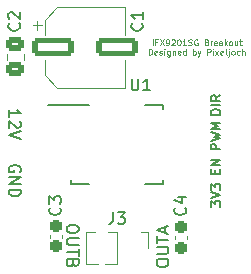
<source format=gto>
G04 #@! TF.GenerationSoftware,KiCad,Pcbnew,6.0.2-378541a8eb~116~ubuntu20.04.1*
G04 #@! TF.CreationDate,2023-01-27T16:40:07+01:00*
G04 #@! TF.ProjectId,BUCKY_MOTOR_DRIVER,4255434b-595f-44d4-9f54-4f525f445249,rev?*
G04 #@! TF.SameCoordinates,Original*
G04 #@! TF.FileFunction,Legend,Top*
G04 #@! TF.FilePolarity,Positive*
%FSLAX46Y46*%
G04 Gerber Fmt 4.6, Leading zero omitted, Abs format (unit mm)*
G04 Created by KiCad (PCBNEW 6.0.2-378541a8eb~116~ubuntu20.04.1) date 2023-01-27 16:40:07*
%MOMM*%
%LPD*%
G01*
G04 APERTURE LIST*
G04 Aperture macros list*
%AMRoundRect*
0 Rectangle with rounded corners*
0 $1 Rounding radius*
0 $2 $3 $4 $5 $6 $7 $8 $9 X,Y pos of 4 corners*
0 Add a 4 corners polygon primitive as box body*
4,1,4,$2,$3,$4,$5,$6,$7,$8,$9,$2,$3,0*
0 Add four circle primitives for the rounded corners*
1,1,$1+$1,$2,$3*
1,1,$1+$1,$4,$5*
1,1,$1+$1,$6,$7*
1,1,$1+$1,$8,$9*
0 Add four rect primitives between the rounded corners*
20,1,$1+$1,$2,$3,$4,$5,0*
20,1,$1+$1,$4,$5,$6,$7,0*
20,1,$1+$1,$6,$7,$8,$9,0*
20,1,$1+$1,$8,$9,$2,$3,0*%
G04 Aperture macros list end*
%ADD10C,0.150000*%
%ADD11C,0.100000*%
%ADD12C,0.120000*%
%ADD13RoundRect,0.237500X0.237500X-0.300000X0.237500X0.300000X-0.237500X0.300000X-0.237500X-0.300000X0*%
%ADD14RoundRect,0.250000X-1.500000X-0.550000X1.500000X-0.550000X1.500000X0.550000X-1.500000X0.550000X0*%
%ADD15R,1.500000X3.000000*%
%ADD16O,1.500000X3.000000*%
%ADD17RoundRect,0.250000X-0.475000X0.337500X-0.475000X-0.337500X0.475000X-0.337500X0.475000X0.337500X0*%
%ADD18R,2.000000X0.650000*%
%ADD19R,4.500000X8.100000*%
%ADD20R,3.000000X1.500000*%
%ADD21O,3.000000X1.500000*%
G04 APERTURE END LIST*
D10*
X142261904Y-56700000D02*
X141461904Y-56700000D01*
X141461904Y-56509523D01*
X141500000Y-56395238D01*
X141576190Y-56319047D01*
X141652380Y-56280952D01*
X141804761Y-56242857D01*
X141919047Y-56242857D01*
X142071428Y-56280952D01*
X142147619Y-56319047D01*
X142223809Y-56395238D01*
X142261904Y-56509523D01*
X142261904Y-56700000D01*
X142261904Y-55900000D02*
X141461904Y-55900000D01*
X142261904Y-55061904D02*
X141880952Y-55328571D01*
X142261904Y-55519047D02*
X141461904Y-55519047D01*
X141461904Y-55214285D01*
X141500000Y-55138095D01*
X141538095Y-55100000D01*
X141614285Y-55061904D01*
X141728571Y-55061904D01*
X141804761Y-55100000D01*
X141842857Y-55138095D01*
X141880952Y-55214285D01*
X141880952Y-55519047D01*
X141461904Y-64490476D02*
X141461904Y-63995238D01*
X141766666Y-64261904D01*
X141766666Y-64147619D01*
X141804761Y-64071428D01*
X141842857Y-64033333D01*
X141919047Y-63995238D01*
X142109523Y-63995238D01*
X142185714Y-64033333D01*
X142223809Y-64071428D01*
X142261904Y-64147619D01*
X142261904Y-64376190D01*
X142223809Y-64452380D01*
X142185714Y-64490476D01*
X141461904Y-63766666D02*
X142261904Y-63500000D01*
X141461904Y-63233333D01*
X141461904Y-63042857D02*
X141461904Y-62547619D01*
X141766666Y-62814285D01*
X141766666Y-62700000D01*
X141804761Y-62623809D01*
X141842857Y-62585714D01*
X141919047Y-62547619D01*
X142109523Y-62547619D01*
X142185714Y-62585714D01*
X142223809Y-62623809D01*
X142261904Y-62700000D01*
X142261904Y-62928571D01*
X142223809Y-63004761D01*
X142185714Y-63042857D01*
X130247619Y-66300000D02*
X130247619Y-66490476D01*
X130200000Y-66585714D01*
X130104761Y-66680952D01*
X129914285Y-66728571D01*
X129580952Y-66728571D01*
X129390476Y-66680952D01*
X129295238Y-66585714D01*
X129247619Y-66490476D01*
X129247619Y-66300000D01*
X129295238Y-66204761D01*
X129390476Y-66109523D01*
X129580952Y-66061904D01*
X129914285Y-66061904D01*
X130104761Y-66109523D01*
X130200000Y-66204761D01*
X130247619Y-66300000D01*
X130247619Y-67157142D02*
X129438095Y-67157142D01*
X129342857Y-67204761D01*
X129295238Y-67252380D01*
X129247619Y-67347619D01*
X129247619Y-67538095D01*
X129295238Y-67633333D01*
X129342857Y-67680952D01*
X129438095Y-67728571D01*
X130247619Y-67728571D01*
X130247619Y-68061904D02*
X130247619Y-68633333D01*
X129247619Y-68347619D02*
X130247619Y-68347619D01*
X129771428Y-69300000D02*
X129723809Y-69442857D01*
X129676190Y-69490476D01*
X129580952Y-69538095D01*
X129438095Y-69538095D01*
X129342857Y-69490476D01*
X129295238Y-69442857D01*
X129247619Y-69347619D01*
X129247619Y-68966666D01*
X130247619Y-68966666D01*
X130247619Y-69300000D01*
X130200000Y-69395238D01*
X130152380Y-69442857D01*
X130057142Y-69490476D01*
X129961904Y-69490476D01*
X129866666Y-69442857D01*
X129819047Y-69395238D01*
X129771428Y-69300000D01*
X129771428Y-68966666D01*
X124347619Y-56880952D02*
X124347619Y-56309523D01*
X124347619Y-56595238D02*
X125347619Y-56595238D01*
X125204761Y-56500000D01*
X125109523Y-56404761D01*
X125061904Y-56309523D01*
X125252380Y-57261904D02*
X125300000Y-57309523D01*
X125347619Y-57404761D01*
X125347619Y-57642857D01*
X125300000Y-57738095D01*
X125252380Y-57785714D01*
X125157142Y-57833333D01*
X125061904Y-57833333D01*
X124919047Y-57785714D01*
X124347619Y-57214285D01*
X124347619Y-57833333D01*
X125347619Y-58119047D02*
X124347619Y-58452380D01*
X125347619Y-58785714D01*
X142261904Y-59623809D02*
X141461904Y-59623809D01*
X141461904Y-59319047D01*
X141500000Y-59242857D01*
X141538095Y-59204761D01*
X141614285Y-59166666D01*
X141728571Y-59166666D01*
X141804761Y-59204761D01*
X141842857Y-59242857D01*
X141880952Y-59319047D01*
X141880952Y-59623809D01*
X141461904Y-58900000D02*
X142261904Y-58709523D01*
X141690476Y-58557142D01*
X142261904Y-58404761D01*
X141461904Y-58214285D01*
X142261904Y-57909523D02*
X141461904Y-57909523D01*
X142033333Y-57642857D01*
X141461904Y-57376190D01*
X142261904Y-57376190D01*
X125300000Y-61538095D02*
X125347619Y-61442857D01*
X125347619Y-61300000D01*
X125300000Y-61157142D01*
X125204761Y-61061904D01*
X125109523Y-61014285D01*
X124919047Y-60966666D01*
X124776190Y-60966666D01*
X124585714Y-61014285D01*
X124490476Y-61061904D01*
X124395238Y-61157142D01*
X124347619Y-61300000D01*
X124347619Y-61395238D01*
X124395238Y-61538095D01*
X124442857Y-61585714D01*
X124776190Y-61585714D01*
X124776190Y-61395238D01*
X124347619Y-62014285D02*
X125347619Y-62014285D01*
X124347619Y-62585714D01*
X125347619Y-62585714D01*
X124347619Y-63061904D02*
X125347619Y-63061904D01*
X125347619Y-63300000D01*
X125300000Y-63442857D01*
X125204761Y-63538095D01*
X125109523Y-63585714D01*
X124919047Y-63633333D01*
X124776190Y-63633333D01*
X124585714Y-63585714D01*
X124490476Y-63538095D01*
X124395238Y-63442857D01*
X124347619Y-63300000D01*
X124347619Y-63061904D01*
X136852380Y-69328571D02*
X136852380Y-69138095D01*
X136900000Y-69042857D01*
X136995238Y-68947619D01*
X137185714Y-68900000D01*
X137519047Y-68900000D01*
X137709523Y-68947619D01*
X137804761Y-69042857D01*
X137852380Y-69138095D01*
X137852380Y-69328571D01*
X137804761Y-69423809D01*
X137709523Y-69519047D01*
X137519047Y-69566666D01*
X137185714Y-69566666D01*
X136995238Y-69519047D01*
X136900000Y-69423809D01*
X136852380Y-69328571D01*
X136852380Y-68471428D02*
X137661904Y-68471428D01*
X137757142Y-68423809D01*
X137804761Y-68376190D01*
X137852380Y-68280952D01*
X137852380Y-68090476D01*
X137804761Y-67995238D01*
X137757142Y-67947619D01*
X137661904Y-67900000D01*
X136852380Y-67900000D01*
X136852380Y-67566666D02*
X136852380Y-66995238D01*
X137852380Y-67280952D02*
X136852380Y-67280952D01*
X137566666Y-66709523D02*
X137566666Y-66233333D01*
X137852380Y-66804761D02*
X136852380Y-66471428D01*
X137852380Y-66138095D01*
X141842857Y-61690476D02*
X141842857Y-61423809D01*
X142261904Y-61309523D02*
X142261904Y-61690476D01*
X141461904Y-61690476D01*
X141461904Y-61309523D01*
X142261904Y-60966666D02*
X141461904Y-60966666D01*
X142261904Y-60509523D01*
X141461904Y-60509523D01*
D11*
X136523809Y-50823690D02*
X136523809Y-50323690D01*
X136928571Y-50561785D02*
X136761904Y-50561785D01*
X136761904Y-50823690D02*
X136761904Y-50323690D01*
X137000000Y-50323690D01*
X137142857Y-50323690D02*
X137476190Y-50823690D01*
X137476190Y-50323690D02*
X137142857Y-50823690D01*
X137690476Y-50823690D02*
X137785714Y-50823690D01*
X137833333Y-50799880D01*
X137857142Y-50776071D01*
X137904761Y-50704642D01*
X137928571Y-50609404D01*
X137928571Y-50418928D01*
X137904761Y-50371309D01*
X137880952Y-50347500D01*
X137833333Y-50323690D01*
X137738095Y-50323690D01*
X137690476Y-50347500D01*
X137666666Y-50371309D01*
X137642857Y-50418928D01*
X137642857Y-50537976D01*
X137666666Y-50585595D01*
X137690476Y-50609404D01*
X137738095Y-50633214D01*
X137833333Y-50633214D01*
X137880952Y-50609404D01*
X137904761Y-50585595D01*
X137928571Y-50537976D01*
X138119047Y-50371309D02*
X138142857Y-50347500D01*
X138190476Y-50323690D01*
X138309523Y-50323690D01*
X138357142Y-50347500D01*
X138380952Y-50371309D01*
X138404761Y-50418928D01*
X138404761Y-50466547D01*
X138380952Y-50537976D01*
X138095238Y-50823690D01*
X138404761Y-50823690D01*
X138714285Y-50323690D02*
X138761904Y-50323690D01*
X138809523Y-50347500D01*
X138833333Y-50371309D01*
X138857142Y-50418928D01*
X138880952Y-50514166D01*
X138880952Y-50633214D01*
X138857142Y-50728452D01*
X138833333Y-50776071D01*
X138809523Y-50799880D01*
X138761904Y-50823690D01*
X138714285Y-50823690D01*
X138666666Y-50799880D01*
X138642857Y-50776071D01*
X138619047Y-50728452D01*
X138595238Y-50633214D01*
X138595238Y-50514166D01*
X138619047Y-50418928D01*
X138642857Y-50371309D01*
X138666666Y-50347500D01*
X138714285Y-50323690D01*
X139357142Y-50823690D02*
X139071428Y-50823690D01*
X139214285Y-50823690D02*
X139214285Y-50323690D01*
X139166666Y-50395119D01*
X139119047Y-50442738D01*
X139071428Y-50466547D01*
X139547619Y-50799880D02*
X139619047Y-50823690D01*
X139738095Y-50823690D01*
X139785714Y-50799880D01*
X139809523Y-50776071D01*
X139833333Y-50728452D01*
X139833333Y-50680833D01*
X139809523Y-50633214D01*
X139785714Y-50609404D01*
X139738095Y-50585595D01*
X139642857Y-50561785D01*
X139595238Y-50537976D01*
X139571428Y-50514166D01*
X139547619Y-50466547D01*
X139547619Y-50418928D01*
X139571428Y-50371309D01*
X139595238Y-50347500D01*
X139642857Y-50323690D01*
X139761904Y-50323690D01*
X139833333Y-50347500D01*
X140309523Y-50347500D02*
X140261904Y-50323690D01*
X140190476Y-50323690D01*
X140119047Y-50347500D01*
X140071428Y-50395119D01*
X140047619Y-50442738D01*
X140023809Y-50537976D01*
X140023809Y-50609404D01*
X140047619Y-50704642D01*
X140071428Y-50752261D01*
X140119047Y-50799880D01*
X140190476Y-50823690D01*
X140238095Y-50823690D01*
X140309523Y-50799880D01*
X140333333Y-50776071D01*
X140333333Y-50609404D01*
X140238095Y-50609404D01*
X141095238Y-50561785D02*
X141166666Y-50585595D01*
X141190476Y-50609404D01*
X141214285Y-50657023D01*
X141214285Y-50728452D01*
X141190476Y-50776071D01*
X141166666Y-50799880D01*
X141119047Y-50823690D01*
X140928571Y-50823690D01*
X140928571Y-50323690D01*
X141095238Y-50323690D01*
X141142857Y-50347500D01*
X141166666Y-50371309D01*
X141190476Y-50418928D01*
X141190476Y-50466547D01*
X141166666Y-50514166D01*
X141142857Y-50537976D01*
X141095238Y-50561785D01*
X140928571Y-50561785D01*
X141428571Y-50823690D02*
X141428571Y-50490357D01*
X141428571Y-50585595D02*
X141452380Y-50537976D01*
X141476190Y-50514166D01*
X141523809Y-50490357D01*
X141571428Y-50490357D01*
X141928571Y-50799880D02*
X141880952Y-50823690D01*
X141785714Y-50823690D01*
X141738095Y-50799880D01*
X141714285Y-50752261D01*
X141714285Y-50561785D01*
X141738095Y-50514166D01*
X141785714Y-50490357D01*
X141880952Y-50490357D01*
X141928571Y-50514166D01*
X141952380Y-50561785D01*
X141952380Y-50609404D01*
X141714285Y-50657023D01*
X142380952Y-50823690D02*
X142380952Y-50561785D01*
X142357142Y-50514166D01*
X142309523Y-50490357D01*
X142214285Y-50490357D01*
X142166666Y-50514166D01*
X142380952Y-50799880D02*
X142333333Y-50823690D01*
X142214285Y-50823690D01*
X142166666Y-50799880D01*
X142142857Y-50752261D01*
X142142857Y-50704642D01*
X142166666Y-50657023D01*
X142214285Y-50633214D01*
X142333333Y-50633214D01*
X142380952Y-50609404D01*
X142619047Y-50823690D02*
X142619047Y-50323690D01*
X142666666Y-50633214D02*
X142809523Y-50823690D01*
X142809523Y-50490357D02*
X142619047Y-50680833D01*
X143095238Y-50823690D02*
X143047619Y-50799880D01*
X143023809Y-50776071D01*
X143000000Y-50728452D01*
X143000000Y-50585595D01*
X143023809Y-50537976D01*
X143047619Y-50514166D01*
X143095238Y-50490357D01*
X143166666Y-50490357D01*
X143214285Y-50514166D01*
X143238095Y-50537976D01*
X143261904Y-50585595D01*
X143261904Y-50728452D01*
X143238095Y-50776071D01*
X143214285Y-50799880D01*
X143166666Y-50823690D01*
X143095238Y-50823690D01*
X143690476Y-50490357D02*
X143690476Y-50823690D01*
X143476190Y-50490357D02*
X143476190Y-50752261D01*
X143500000Y-50799880D01*
X143547619Y-50823690D01*
X143619047Y-50823690D01*
X143666666Y-50799880D01*
X143690476Y-50776071D01*
X143857142Y-50490357D02*
X144047619Y-50490357D01*
X143928571Y-50323690D02*
X143928571Y-50752261D01*
X143952380Y-50799880D01*
X144000000Y-50823690D01*
X144047619Y-50823690D01*
X136190476Y-51628690D02*
X136190476Y-51128690D01*
X136309523Y-51128690D01*
X136380952Y-51152500D01*
X136428571Y-51200119D01*
X136452380Y-51247738D01*
X136476190Y-51342976D01*
X136476190Y-51414404D01*
X136452380Y-51509642D01*
X136428571Y-51557261D01*
X136380952Y-51604880D01*
X136309523Y-51628690D01*
X136190476Y-51628690D01*
X136880952Y-51604880D02*
X136833333Y-51628690D01*
X136738095Y-51628690D01*
X136690476Y-51604880D01*
X136666666Y-51557261D01*
X136666666Y-51366785D01*
X136690476Y-51319166D01*
X136738095Y-51295357D01*
X136833333Y-51295357D01*
X136880952Y-51319166D01*
X136904761Y-51366785D01*
X136904761Y-51414404D01*
X136666666Y-51462023D01*
X137095238Y-51604880D02*
X137142857Y-51628690D01*
X137238095Y-51628690D01*
X137285714Y-51604880D01*
X137309523Y-51557261D01*
X137309523Y-51533452D01*
X137285714Y-51485833D01*
X137238095Y-51462023D01*
X137166666Y-51462023D01*
X137119047Y-51438214D01*
X137095238Y-51390595D01*
X137095238Y-51366785D01*
X137119047Y-51319166D01*
X137166666Y-51295357D01*
X137238095Y-51295357D01*
X137285714Y-51319166D01*
X137523809Y-51628690D02*
X137523809Y-51295357D01*
X137523809Y-51128690D02*
X137500000Y-51152500D01*
X137523809Y-51176309D01*
X137547619Y-51152500D01*
X137523809Y-51128690D01*
X137523809Y-51176309D01*
X137976190Y-51295357D02*
X137976190Y-51700119D01*
X137952380Y-51747738D01*
X137928571Y-51771547D01*
X137880952Y-51795357D01*
X137809523Y-51795357D01*
X137761904Y-51771547D01*
X137976190Y-51604880D02*
X137928571Y-51628690D01*
X137833333Y-51628690D01*
X137785714Y-51604880D01*
X137761904Y-51581071D01*
X137738095Y-51533452D01*
X137738095Y-51390595D01*
X137761904Y-51342976D01*
X137785714Y-51319166D01*
X137833333Y-51295357D01*
X137928571Y-51295357D01*
X137976190Y-51319166D01*
X138214285Y-51295357D02*
X138214285Y-51628690D01*
X138214285Y-51342976D02*
X138238095Y-51319166D01*
X138285714Y-51295357D01*
X138357142Y-51295357D01*
X138404761Y-51319166D01*
X138428571Y-51366785D01*
X138428571Y-51628690D01*
X138857142Y-51604880D02*
X138809523Y-51628690D01*
X138714285Y-51628690D01*
X138666666Y-51604880D01*
X138642857Y-51557261D01*
X138642857Y-51366785D01*
X138666666Y-51319166D01*
X138714285Y-51295357D01*
X138809523Y-51295357D01*
X138857142Y-51319166D01*
X138880952Y-51366785D01*
X138880952Y-51414404D01*
X138642857Y-51462023D01*
X139309523Y-51628690D02*
X139309523Y-51128690D01*
X139309523Y-51604880D02*
X139261904Y-51628690D01*
X139166666Y-51628690D01*
X139119047Y-51604880D01*
X139095238Y-51581071D01*
X139071428Y-51533452D01*
X139071428Y-51390595D01*
X139095238Y-51342976D01*
X139119047Y-51319166D01*
X139166666Y-51295357D01*
X139261904Y-51295357D01*
X139309523Y-51319166D01*
X139928571Y-51628690D02*
X139928571Y-51128690D01*
X139928571Y-51319166D02*
X139976190Y-51295357D01*
X140071428Y-51295357D01*
X140119047Y-51319166D01*
X140142857Y-51342976D01*
X140166666Y-51390595D01*
X140166666Y-51533452D01*
X140142857Y-51581071D01*
X140119047Y-51604880D01*
X140071428Y-51628690D01*
X139976190Y-51628690D01*
X139928571Y-51604880D01*
X140333333Y-51295357D02*
X140452380Y-51628690D01*
X140571428Y-51295357D02*
X140452380Y-51628690D01*
X140404761Y-51747738D01*
X140380952Y-51771547D01*
X140333333Y-51795357D01*
X141142857Y-51628690D02*
X141142857Y-51128690D01*
X141333333Y-51128690D01*
X141380952Y-51152500D01*
X141404761Y-51176309D01*
X141428571Y-51223928D01*
X141428571Y-51295357D01*
X141404761Y-51342976D01*
X141380952Y-51366785D01*
X141333333Y-51390595D01*
X141142857Y-51390595D01*
X141642857Y-51628690D02*
X141642857Y-51295357D01*
X141642857Y-51128690D02*
X141619047Y-51152500D01*
X141642857Y-51176309D01*
X141666666Y-51152500D01*
X141642857Y-51128690D01*
X141642857Y-51176309D01*
X141833333Y-51628690D02*
X142095238Y-51295357D01*
X141833333Y-51295357D02*
X142095238Y-51628690D01*
X142476190Y-51604880D02*
X142428571Y-51628690D01*
X142333333Y-51628690D01*
X142285714Y-51604880D01*
X142261904Y-51557261D01*
X142261904Y-51366785D01*
X142285714Y-51319166D01*
X142333333Y-51295357D01*
X142428571Y-51295357D01*
X142476190Y-51319166D01*
X142500000Y-51366785D01*
X142500000Y-51414404D01*
X142261904Y-51462023D01*
X142785714Y-51628690D02*
X142738095Y-51604880D01*
X142714285Y-51557261D01*
X142714285Y-51128690D01*
X142976190Y-51295357D02*
X142976190Y-51723928D01*
X142952380Y-51771547D01*
X142904761Y-51795357D01*
X142880952Y-51795357D01*
X142976190Y-51128690D02*
X142952380Y-51152500D01*
X142976190Y-51176309D01*
X143000000Y-51152500D01*
X142976190Y-51128690D01*
X142976190Y-51176309D01*
X143285714Y-51628690D02*
X143238095Y-51604880D01*
X143214285Y-51581071D01*
X143190476Y-51533452D01*
X143190476Y-51390595D01*
X143214285Y-51342976D01*
X143238095Y-51319166D01*
X143285714Y-51295357D01*
X143357142Y-51295357D01*
X143404761Y-51319166D01*
X143428571Y-51342976D01*
X143452380Y-51390595D01*
X143452380Y-51533452D01*
X143428571Y-51581071D01*
X143404761Y-51604880D01*
X143357142Y-51628690D01*
X143285714Y-51628690D01*
X143880952Y-51604880D02*
X143833333Y-51628690D01*
X143738095Y-51628690D01*
X143690476Y-51604880D01*
X143666666Y-51581071D01*
X143642857Y-51533452D01*
X143642857Y-51390595D01*
X143666666Y-51342976D01*
X143690476Y-51319166D01*
X143738095Y-51295357D01*
X143833333Y-51295357D01*
X143880952Y-51319166D01*
X144095238Y-51628690D02*
X144095238Y-51128690D01*
X144309523Y-51628690D02*
X144309523Y-51366785D01*
X144285714Y-51319166D01*
X144238095Y-51295357D01*
X144166666Y-51295357D01*
X144119047Y-51319166D01*
X144095238Y-51342976D01*
D10*
X139257142Y-64566666D02*
X139304761Y-64614285D01*
X139352380Y-64757142D01*
X139352380Y-64852380D01*
X139304761Y-64995238D01*
X139209523Y-65090476D01*
X139114285Y-65138095D01*
X138923809Y-65185714D01*
X138780952Y-65185714D01*
X138590476Y-65138095D01*
X138495238Y-65090476D01*
X138400000Y-64995238D01*
X138352380Y-64852380D01*
X138352380Y-64757142D01*
X138400000Y-64614285D01*
X138447619Y-64566666D01*
X138685714Y-63709523D02*
X139352380Y-63709523D01*
X138304761Y-63947619D02*
X139019047Y-64185714D01*
X139019047Y-63566666D01*
X135607142Y-48966666D02*
X135654761Y-49014285D01*
X135702380Y-49157142D01*
X135702380Y-49252380D01*
X135654761Y-49395238D01*
X135559523Y-49490476D01*
X135464285Y-49538095D01*
X135273809Y-49585714D01*
X135130952Y-49585714D01*
X134940476Y-49538095D01*
X134845238Y-49490476D01*
X134750000Y-49395238D01*
X134702380Y-49252380D01*
X134702380Y-49157142D01*
X134750000Y-49014285D01*
X134797619Y-48966666D01*
X135702380Y-48014285D02*
X135702380Y-48585714D01*
X135702380Y-48300000D02*
X134702380Y-48300000D01*
X134845238Y-48395238D01*
X134940476Y-48490476D01*
X134988095Y-48585714D01*
X133166666Y-64952380D02*
X133166666Y-65666666D01*
X133119047Y-65809523D01*
X133023809Y-65904761D01*
X132880952Y-65952380D01*
X132785714Y-65952380D01*
X133547619Y-64952380D02*
X134166666Y-64952380D01*
X133833333Y-65333333D01*
X133976190Y-65333333D01*
X134071428Y-65380952D01*
X134119047Y-65428571D01*
X134166666Y-65523809D01*
X134166666Y-65761904D01*
X134119047Y-65857142D01*
X134071428Y-65904761D01*
X133976190Y-65952380D01*
X133690476Y-65952380D01*
X133595238Y-65904761D01*
X133547619Y-65857142D01*
X125207142Y-48966666D02*
X125254761Y-49014285D01*
X125302380Y-49157142D01*
X125302380Y-49252380D01*
X125254761Y-49395238D01*
X125159523Y-49490476D01*
X125064285Y-49538095D01*
X124873809Y-49585714D01*
X124730952Y-49585714D01*
X124540476Y-49538095D01*
X124445238Y-49490476D01*
X124350000Y-49395238D01*
X124302380Y-49252380D01*
X124302380Y-49157142D01*
X124350000Y-49014285D01*
X124397619Y-48966666D01*
X124397619Y-48585714D02*
X124350000Y-48538095D01*
X124302380Y-48442857D01*
X124302380Y-48204761D01*
X124350000Y-48109523D01*
X124397619Y-48061904D01*
X124492857Y-48014285D01*
X124588095Y-48014285D01*
X124730952Y-48061904D01*
X125302380Y-48633333D01*
X125302380Y-48014285D01*
X128657142Y-64566666D02*
X128704761Y-64614285D01*
X128752380Y-64757142D01*
X128752380Y-64852380D01*
X128704761Y-64995238D01*
X128609523Y-65090476D01*
X128514285Y-65138095D01*
X128323809Y-65185714D01*
X128180952Y-65185714D01*
X127990476Y-65138095D01*
X127895238Y-65090476D01*
X127800000Y-64995238D01*
X127752380Y-64852380D01*
X127752380Y-64757142D01*
X127800000Y-64614285D01*
X127847619Y-64566666D01*
X127752380Y-64233333D02*
X127752380Y-63614285D01*
X128133333Y-63947619D01*
X128133333Y-63804761D01*
X128180952Y-63709523D01*
X128228571Y-63661904D01*
X128323809Y-63614285D01*
X128561904Y-63614285D01*
X128657142Y-63661904D01*
X128704761Y-63709523D01*
X128752380Y-63804761D01*
X128752380Y-64090476D01*
X128704761Y-64185714D01*
X128657142Y-64233333D01*
X134738095Y-53652380D02*
X134738095Y-54461904D01*
X134785714Y-54557142D01*
X134833333Y-54604761D01*
X134928571Y-54652380D01*
X135119047Y-54652380D01*
X135214285Y-54604761D01*
X135261904Y-54557142D01*
X135309523Y-54461904D01*
X135309523Y-53652380D01*
X136309523Y-54652380D02*
X135738095Y-54652380D01*
X136023809Y-54652380D02*
X136023809Y-53652380D01*
X135928571Y-53795238D01*
X135833333Y-53890476D01*
X135738095Y-53938095D01*
D12*
X138390000Y-67246267D02*
X138390000Y-66953733D01*
X139410000Y-67246267D02*
X139410000Y-66953733D01*
X127390000Y-48654437D02*
X128454437Y-47590000D01*
X126756250Y-48758750D02*
X126756250Y-49546250D01*
X126362500Y-49152500D02*
X127150000Y-49152500D01*
X127390000Y-53345563D02*
X127390000Y-52060000D01*
X127390000Y-53345563D02*
X128454437Y-54410000D01*
X128454437Y-47590000D02*
X134210000Y-47590000D01*
X134210000Y-54410000D02*
X134210000Y-52060000D01*
X127390000Y-48654437D02*
X127390000Y-49940000D01*
X128454437Y-54410000D02*
X134210000Y-54410000D01*
X134210000Y-47590000D02*
X134210000Y-49940000D01*
X136105000Y-66670000D02*
X136105000Y-68000000D01*
X133505000Y-66670000D02*
X130905000Y-66670000D01*
X130905000Y-66670000D02*
X130905000Y-69330000D01*
X133505000Y-66670000D02*
X133505000Y-69330000D01*
X134775000Y-66670000D02*
X136105000Y-66670000D01*
X133505000Y-69330000D02*
X130905000Y-69330000D01*
X124165000Y-51538748D02*
X124165000Y-52061252D01*
X125635000Y-51538748D02*
X125635000Y-52061252D01*
X127790000Y-67146267D02*
X127790000Y-66853733D01*
X128810000Y-67146267D02*
X128810000Y-66853733D01*
D10*
X137400000Y-56250000D02*
X137400000Y-55900000D01*
X129600000Y-62600000D02*
X131150000Y-62600000D01*
X127700000Y-55900000D02*
X131100000Y-55900000D01*
X129600000Y-62250000D02*
X129600000Y-62600000D01*
X137400000Y-62250000D02*
X137400000Y-62600000D01*
X137400000Y-62600000D02*
X135850000Y-62600000D01*
X137400000Y-55900000D02*
X135850000Y-55900000D01*
%LPC*%
D13*
X138900000Y-67962500D03*
X138900000Y-66237500D03*
D14*
X128100000Y-51000000D03*
X133500000Y-51000000D03*
D15*
X134775000Y-68000000D03*
D16*
X132235000Y-68000000D03*
D17*
X124900000Y-50762500D03*
X124900000Y-52837500D03*
D13*
X128300000Y-67862500D03*
X128300000Y-66137500D03*
D18*
X128700000Y-56750000D03*
X128700000Y-57750000D03*
X128700000Y-58750000D03*
X128700000Y-59750000D03*
X128700000Y-60750000D03*
X128700000Y-61750000D03*
X138300000Y-61750000D03*
X138300000Y-60750000D03*
X138300000Y-59750000D03*
X138300000Y-58750000D03*
X138300000Y-57750000D03*
X138300000Y-56750000D03*
D19*
X133500000Y-59250000D03*
D20*
X144275000Y-55950000D03*
D21*
X144275000Y-58490000D03*
X144275000Y-61030000D03*
X144275000Y-63570000D03*
D20*
X122250000Y-55950000D03*
D21*
X122250000Y-58490000D03*
X122250000Y-61030000D03*
X122250000Y-63570000D03*
M02*

</source>
